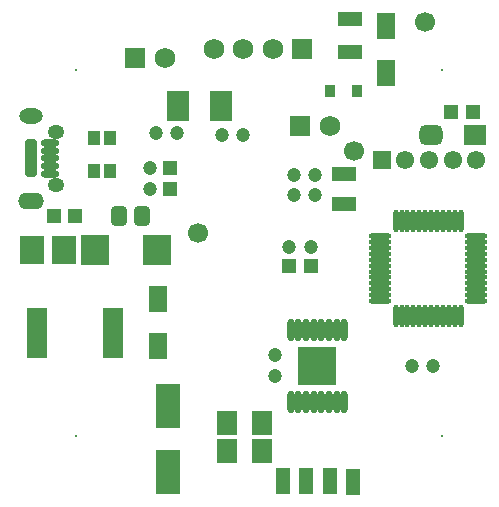
<source format=gts>
G04 Layer_Color=8388736*
%FSLAX25Y25*%
%MOIN*%
G70*
G01*
G75*
%ADD42C,0.06102*%
%ADD43R,0.06102X0.06102*%
%ADD62O,0.01969X0.07480*%
%ADD63O,0.07480X0.01969*%
%ADD64R,0.04724X0.04724*%
%ADD65C,0.04724*%
%ADD66R,0.04724X0.08661*%
%ADD67R,0.12598X0.12598*%
%ADD68O,0.02559X0.07480*%
%ADD69R,0.03268X0.04055*%
%ADD70R,0.07874X0.04724*%
%ADD71R,0.06693X0.07874*%
%ADD72R,0.07874X0.14567*%
%ADD73R,0.06299X0.08661*%
%ADD74R,0.07480X0.10236*%
%ADD75O,0.06102X0.02362*%
G04:AMPARAMS|DCode=76|XSize=125.98mil|YSize=43.31mil|CornerRadius=12.8mil|HoleSize=0mil|Usage=FLASHONLY|Rotation=90.000|XOffset=0mil|YOffset=0mil|HoleType=Round|Shape=RoundedRectangle|*
%AMROUNDEDRECTD76*
21,1,0.12598,0.01772,0,0,90.0*
21,1,0.10039,0.04331,0,0,90.0*
1,1,0.02559,0.00886,0.05020*
1,1,0.02559,0.00886,-0.05020*
1,1,0.02559,-0.00886,-0.05020*
1,1,0.02559,-0.00886,0.05020*
%
%ADD76ROUNDEDRECTD76*%
%ADD77R,0.04134X0.04921*%
%ADD78R,0.08268X0.09764*%
%ADD79R,0.07087X0.16535*%
%ADD80R,0.09449X0.10236*%
G04:AMPARAMS|DCode=81|XSize=66.93mil|YSize=55.12mil|CornerRadius=15.75mil|HoleSize=0mil|Usage=FLASHONLY|Rotation=90.000|XOffset=0mil|YOffset=0mil|HoleType=Round|Shape=RoundedRectangle|*
%AMROUNDEDRECTD81*
21,1,0.06693,0.02362,0,0,90.0*
21,1,0.03543,0.05512,0,0,90.0*
1,1,0.03150,0.01181,0.01772*
1,1,0.03150,0.01181,-0.01772*
1,1,0.03150,-0.01181,-0.01772*
1,1,0.03150,-0.01181,0.01772*
%
%ADD81ROUNDEDRECTD81*%
%ADD82R,0.04724X0.04724*%
%ADD83R,0.07677X0.06693*%
G04:AMPARAMS|DCode=84|XSize=66.93mil|YSize=76.77mil|CornerRadius=18.7mil|HoleSize=0mil|Usage=FLASHONLY|Rotation=270.000|XOffset=0mil|YOffset=0mil|HoleType=Round|Shape=RoundedRectangle|*
%AMROUNDEDRECTD84*
21,1,0.06693,0.03937,0,0,270.0*
21,1,0.02953,0.07677,0,0,270.0*
1,1,0.03740,-0.01969,-0.01476*
1,1,0.03740,-0.01969,0.01476*
1,1,0.03740,0.01969,0.01476*
1,1,0.03740,0.01969,-0.01476*
%
%ADD84ROUNDEDRECTD84*%
%ADD85C,0.06693*%
%ADD86C,0.06890*%
%ADD87R,0.06890X0.06890*%
%ADD88C,0.00787*%
%ADD89O,0.08661X0.05512*%
%ADD90O,0.07874X0.05118*%
%ADD91O,0.05512X0.04921*%
D42*
X155248Y113500D02*
D03*
X131626D02*
D03*
X139500D02*
D03*
X147374D02*
D03*
D43*
X123752D02*
D03*
D62*
X128346Y93362D02*
D03*
X130315D02*
D03*
X132283D02*
D03*
X134252D02*
D03*
X136221D02*
D03*
X138189D02*
D03*
X140157D02*
D03*
X142126D02*
D03*
X144095D02*
D03*
X146063D02*
D03*
X148031D02*
D03*
X150000D02*
D03*
Y61472D02*
D03*
X148031D02*
D03*
X146063D02*
D03*
X144095D02*
D03*
X142126D02*
D03*
X140157D02*
D03*
X138189D02*
D03*
X136221D02*
D03*
X134252D02*
D03*
X132283D02*
D03*
X130315D02*
D03*
X128346D02*
D03*
D63*
X155118Y88244D02*
D03*
Y86276D02*
D03*
Y84307D02*
D03*
Y82339D02*
D03*
Y80370D02*
D03*
Y78402D02*
D03*
Y76433D02*
D03*
Y74465D02*
D03*
Y72496D02*
D03*
Y70528D02*
D03*
Y68559D02*
D03*
Y66591D02*
D03*
X123228D02*
D03*
Y68559D02*
D03*
Y70528D02*
D03*
Y72496D02*
D03*
Y74465D02*
D03*
Y76433D02*
D03*
Y78402D02*
D03*
Y80370D02*
D03*
Y82339D02*
D03*
Y84307D02*
D03*
Y86276D02*
D03*
Y88244D02*
D03*
D64*
X154043Y129500D02*
D03*
X146957D02*
D03*
X92913Y78402D02*
D03*
X100000D02*
D03*
X21543Y95000D02*
D03*
X14457D02*
D03*
D65*
X133661Y45000D02*
D03*
X140748D02*
D03*
X88000Y48543D02*
D03*
Y41457D02*
D03*
X55516Y122500D02*
D03*
X48429D02*
D03*
X70457Y122000D02*
D03*
X77543D02*
D03*
X100000Y84500D02*
D03*
X92913D02*
D03*
X94457Y102000D02*
D03*
X101543D02*
D03*
X94457Y108500D02*
D03*
X101543D02*
D03*
X46417Y111043D02*
D03*
Y103957D02*
D03*
D66*
X90651Y6498D02*
D03*
X98525D02*
D03*
X106399D02*
D03*
X114073Y6298D02*
D03*
D67*
X102279Y45008D02*
D03*
D68*
X111236Y57016D02*
D03*
X108677D02*
D03*
X106118D02*
D03*
X103559D02*
D03*
X101000D02*
D03*
X98441D02*
D03*
X95882D02*
D03*
X93323D02*
D03*
X111236Y33000D02*
D03*
X108677D02*
D03*
X106118D02*
D03*
X103559D02*
D03*
X101000D02*
D03*
X98441D02*
D03*
X95882D02*
D03*
X93323D02*
D03*
D69*
X115390Y136500D02*
D03*
X106610D02*
D03*
D70*
X113000Y149488D02*
D03*
Y160512D02*
D03*
X111000Y108921D02*
D03*
Y99079D02*
D03*
D71*
X83709Y26000D02*
D03*
X72291D02*
D03*
X83709Y16500D02*
D03*
X72291D02*
D03*
D72*
X52500Y31524D02*
D03*
Y9476D02*
D03*
D73*
X125000Y158236D02*
D03*
Y142764D02*
D03*
X49000Y51764D02*
D03*
Y67236D02*
D03*
D74*
X70284Y131500D02*
D03*
X55717D02*
D03*
D75*
X13189Y119291D02*
D03*
Y116732D02*
D03*
Y114173D02*
D03*
Y111614D02*
D03*
Y109055D02*
D03*
D76*
X6791Y114173D02*
D03*
D77*
X33158Y110000D02*
D03*
X27843D02*
D03*
X33158Y121000D02*
D03*
X27843D02*
D03*
D78*
X7264Y83500D02*
D03*
X17736D02*
D03*
D79*
X34098Y56000D02*
D03*
X8902D02*
D03*
D80*
X48736Y83500D02*
D03*
X28264D02*
D03*
D81*
X36063Y95000D02*
D03*
X43937D02*
D03*
D82*
X53000Y103957D02*
D03*
Y111043D02*
D03*
D83*
X154882Y122000D02*
D03*
D84*
X140118D02*
D03*
D85*
X114370Y116535D02*
D03*
X137992Y159646D02*
D03*
X62402Y89370D02*
D03*
D86*
X51500Y147500D02*
D03*
X67658Y150500D02*
D03*
X77500D02*
D03*
X87343D02*
D03*
X106500Y125000D02*
D03*
D87*
X41500Y147500D02*
D03*
X97185Y150500D02*
D03*
X96500Y125000D02*
D03*
D88*
X143700Y143701D02*
D03*
X21653D02*
D03*
Y21654D02*
D03*
X143700D02*
D03*
D89*
X6791Y100098D02*
D03*
D90*
Y128248D02*
D03*
D91*
X15256Y122933D02*
D03*
Y105413D02*
D03*
M02*

</source>
